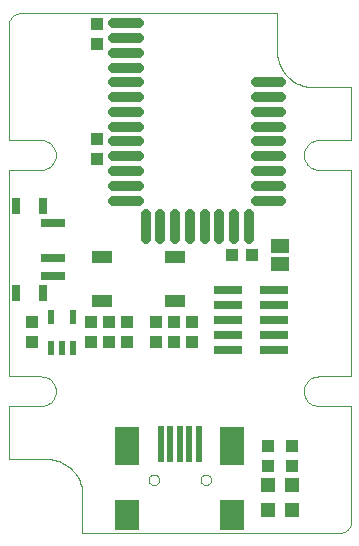
<source format=gtp>
G75*
G70*
%OFA0B0*%
%FSLAX24Y24*%
%IPPOS*%
%LPD*%
%AMOC8*
5,1,8,0,0,1.08239X$1,22.5*
%
%ADD10C,0.0000*%
%ADD11C,0.0335*%
%ADD12R,0.0630X0.0460*%
%ADD13R,0.0472X0.0472*%
%ADD14R,0.0787X0.0984*%
%ADD15R,0.0787X0.1299*%
%ADD16R,0.0197X0.1220*%
%ADD17R,0.0709X0.0433*%
%ADD18R,0.0945X0.0299*%
%ADD19R,0.0217X0.0472*%
%ADD20R,0.0394X0.0433*%
%ADD21R,0.0433X0.0394*%
%ADD22R,0.0315X0.0551*%
%ADD23R,0.0787X0.0315*%
D10*
X002428Y003348D02*
X003708Y003348D01*
X003774Y003346D01*
X003840Y003341D01*
X003906Y003331D01*
X003971Y003318D01*
X004035Y003302D01*
X004098Y003282D01*
X004160Y003258D01*
X004220Y003231D01*
X004279Y003201D01*
X004336Y003167D01*
X004391Y003130D01*
X004444Y003090D01*
X004495Y003048D01*
X004543Y003002D01*
X004589Y002954D01*
X004631Y002903D01*
X004671Y002850D01*
X004708Y002795D01*
X004742Y002738D01*
X004772Y002679D01*
X004799Y002619D01*
X004823Y002557D01*
X004843Y002494D01*
X004859Y002430D01*
X004872Y002365D01*
X004882Y002299D01*
X004887Y002233D01*
X004889Y002167D01*
X004889Y000888D01*
X013452Y000888D01*
X013452Y000887D02*
X013491Y000889D01*
X013529Y000895D01*
X013566Y000904D01*
X013603Y000917D01*
X013638Y000934D01*
X013671Y000953D01*
X013702Y000976D01*
X013731Y001002D01*
X013757Y001031D01*
X013780Y001062D01*
X013799Y001095D01*
X013816Y001130D01*
X013829Y001167D01*
X013838Y001204D01*
X013844Y001242D01*
X013846Y001281D01*
X013845Y001281D02*
X013845Y005120D01*
X012763Y005120D01*
X012720Y005122D01*
X012678Y005127D01*
X012636Y005137D01*
X012595Y005150D01*
X012555Y005166D01*
X012517Y005186D01*
X012481Y005209D01*
X012447Y005235D01*
X012415Y005264D01*
X012386Y005296D01*
X012360Y005330D01*
X012337Y005366D01*
X012317Y005404D01*
X012301Y005444D01*
X012288Y005485D01*
X012278Y005527D01*
X012273Y005569D01*
X012271Y005612D01*
X012273Y005655D01*
X012278Y005697D01*
X012288Y005739D01*
X012301Y005780D01*
X012317Y005820D01*
X012337Y005858D01*
X012360Y005894D01*
X012386Y005928D01*
X012415Y005960D01*
X012447Y005989D01*
X012481Y006015D01*
X012517Y006038D01*
X012555Y006058D01*
X012595Y006074D01*
X012636Y006087D01*
X012678Y006097D01*
X012720Y006102D01*
X012763Y006104D01*
X013845Y006104D01*
X013845Y012994D01*
X012763Y012994D01*
X012720Y012996D01*
X012678Y013001D01*
X012636Y013011D01*
X012595Y013024D01*
X012555Y013040D01*
X012517Y013060D01*
X012481Y013083D01*
X012447Y013109D01*
X012415Y013138D01*
X012386Y013170D01*
X012360Y013204D01*
X012337Y013240D01*
X012317Y013278D01*
X012301Y013318D01*
X012288Y013359D01*
X012278Y013401D01*
X012273Y013443D01*
X012271Y013486D01*
X012273Y013529D01*
X012278Y013571D01*
X012288Y013613D01*
X012301Y013654D01*
X012317Y013694D01*
X012337Y013732D01*
X012360Y013768D01*
X012386Y013802D01*
X012415Y013834D01*
X012447Y013863D01*
X012481Y013889D01*
X012517Y013912D01*
X012555Y013932D01*
X012595Y013948D01*
X012636Y013961D01*
X012678Y013971D01*
X012720Y013976D01*
X012763Y013978D01*
X013845Y013978D01*
X013845Y015750D01*
X012566Y015750D01*
X012500Y015752D01*
X012434Y015757D01*
X012368Y015767D01*
X012303Y015780D01*
X012239Y015796D01*
X012176Y015816D01*
X012114Y015840D01*
X012054Y015867D01*
X011995Y015897D01*
X011938Y015931D01*
X011883Y015968D01*
X011830Y016008D01*
X011779Y016050D01*
X011731Y016096D01*
X011685Y016144D01*
X011643Y016195D01*
X011603Y016248D01*
X011566Y016303D01*
X011532Y016360D01*
X011502Y016419D01*
X011475Y016479D01*
X011451Y016541D01*
X011431Y016604D01*
X011415Y016668D01*
X011402Y016733D01*
X011392Y016799D01*
X011387Y016865D01*
X011385Y016931D01*
X011385Y018210D01*
X002822Y018210D01*
X002822Y018211D02*
X002783Y018209D01*
X002745Y018203D01*
X002708Y018194D01*
X002671Y018181D01*
X002636Y018164D01*
X002603Y018145D01*
X002572Y018122D01*
X002543Y018096D01*
X002517Y018067D01*
X002494Y018036D01*
X002475Y018003D01*
X002458Y017968D01*
X002445Y017931D01*
X002436Y017894D01*
X002430Y017856D01*
X002428Y017817D01*
X002428Y013978D01*
X003511Y013978D01*
X003554Y013976D01*
X003596Y013971D01*
X003638Y013961D01*
X003679Y013948D01*
X003719Y013932D01*
X003757Y013912D01*
X003793Y013889D01*
X003827Y013863D01*
X003859Y013834D01*
X003888Y013802D01*
X003914Y013768D01*
X003937Y013732D01*
X003957Y013694D01*
X003973Y013654D01*
X003986Y013613D01*
X003996Y013571D01*
X004001Y013529D01*
X004003Y013486D01*
X004001Y013443D01*
X003996Y013401D01*
X003986Y013359D01*
X003973Y013318D01*
X003957Y013278D01*
X003937Y013240D01*
X003914Y013204D01*
X003888Y013170D01*
X003859Y013138D01*
X003827Y013109D01*
X003793Y013083D01*
X003757Y013060D01*
X003719Y013040D01*
X003679Y013024D01*
X003638Y013011D01*
X003596Y013001D01*
X003554Y012996D01*
X003511Y012994D01*
X002428Y012994D01*
X002428Y006104D01*
X003511Y006104D01*
X003554Y006102D01*
X003596Y006097D01*
X003638Y006087D01*
X003679Y006074D01*
X003719Y006058D01*
X003757Y006038D01*
X003793Y006015D01*
X003827Y005989D01*
X003859Y005960D01*
X003888Y005928D01*
X003914Y005894D01*
X003937Y005858D01*
X003957Y005820D01*
X003973Y005780D01*
X003986Y005739D01*
X003996Y005697D01*
X004001Y005655D01*
X004003Y005612D01*
X004001Y005569D01*
X003996Y005527D01*
X003986Y005485D01*
X003973Y005444D01*
X003957Y005404D01*
X003937Y005366D01*
X003914Y005330D01*
X003888Y005296D01*
X003859Y005264D01*
X003827Y005235D01*
X003793Y005209D01*
X003757Y005186D01*
X003719Y005166D01*
X003679Y005150D01*
X003638Y005137D01*
X003596Y005127D01*
X003554Y005122D01*
X003511Y005120D01*
X002428Y005120D01*
X002428Y003348D01*
X007094Y002659D02*
X007096Y002685D01*
X007102Y002711D01*
X007112Y002736D01*
X007125Y002759D01*
X007141Y002779D01*
X007161Y002797D01*
X007183Y002812D01*
X007206Y002824D01*
X007232Y002832D01*
X007258Y002836D01*
X007284Y002836D01*
X007310Y002832D01*
X007336Y002824D01*
X007360Y002812D01*
X007381Y002797D01*
X007401Y002779D01*
X007417Y002759D01*
X007430Y002736D01*
X007440Y002711D01*
X007446Y002685D01*
X007448Y002659D01*
X007446Y002633D01*
X007440Y002607D01*
X007430Y002582D01*
X007417Y002559D01*
X007401Y002539D01*
X007381Y002521D01*
X007359Y002506D01*
X007336Y002494D01*
X007310Y002486D01*
X007284Y002482D01*
X007258Y002482D01*
X007232Y002486D01*
X007206Y002494D01*
X007182Y002506D01*
X007161Y002521D01*
X007141Y002539D01*
X007125Y002559D01*
X007112Y002582D01*
X007102Y002607D01*
X007096Y002633D01*
X007094Y002659D01*
X008826Y002659D02*
X008828Y002685D01*
X008834Y002711D01*
X008844Y002736D01*
X008857Y002759D01*
X008873Y002779D01*
X008893Y002797D01*
X008915Y002812D01*
X008938Y002824D01*
X008964Y002832D01*
X008990Y002836D01*
X009016Y002836D01*
X009042Y002832D01*
X009068Y002824D01*
X009092Y002812D01*
X009113Y002797D01*
X009133Y002779D01*
X009149Y002759D01*
X009162Y002736D01*
X009172Y002711D01*
X009178Y002685D01*
X009180Y002659D01*
X009178Y002633D01*
X009172Y002607D01*
X009162Y002582D01*
X009149Y002559D01*
X009133Y002539D01*
X009113Y002521D01*
X009091Y002506D01*
X009068Y002494D01*
X009042Y002486D01*
X009016Y002482D01*
X008990Y002482D01*
X008964Y002486D01*
X008938Y002494D01*
X008914Y002506D01*
X008893Y002521D01*
X008873Y002539D01*
X008857Y002559D01*
X008844Y002582D01*
X008834Y002607D01*
X008828Y002633D01*
X008826Y002659D01*
D11*
X008964Y011527D02*
X008964Y011527D01*
X008964Y010681D01*
X008964Y010681D01*
X008964Y011527D01*
X008964Y011015D02*
X008964Y011015D01*
X008964Y011349D02*
X008964Y011349D01*
X008471Y011527D02*
X008471Y011527D01*
X008471Y010681D01*
X008471Y010681D01*
X008471Y011527D01*
X008471Y011015D02*
X008471Y011015D01*
X008471Y011349D02*
X008471Y011349D01*
X007979Y011527D02*
X007979Y011527D01*
X007979Y010681D01*
X007979Y010681D01*
X007979Y011527D01*
X007979Y011015D02*
X007979Y011015D01*
X007979Y011349D02*
X007979Y011349D01*
X007487Y011527D02*
X007487Y011527D01*
X007487Y010681D01*
X007487Y010681D01*
X007487Y011527D01*
X007487Y011015D02*
X007487Y011015D01*
X007487Y011349D02*
X007487Y011349D01*
X006995Y011527D02*
X006995Y011527D01*
X006995Y010681D01*
X006995Y010681D01*
X006995Y011527D01*
X006995Y011015D02*
X006995Y011015D01*
X006995Y011349D02*
X006995Y011349D01*
X006768Y011970D02*
X006768Y011970D01*
X005922Y011970D01*
X005922Y011970D01*
X006768Y011970D01*
X006768Y012462D02*
X006768Y012462D01*
X005922Y012462D01*
X005922Y012462D01*
X006768Y012462D01*
X006768Y012954D02*
X006768Y012954D01*
X005922Y012954D01*
X005922Y012954D01*
X006768Y012954D01*
X006768Y013447D02*
X006768Y013447D01*
X005922Y013447D01*
X005922Y013447D01*
X006768Y013447D01*
X006768Y013939D02*
X006768Y013939D01*
X005922Y013939D01*
X005922Y013939D01*
X006768Y013939D01*
X006768Y014431D02*
X006768Y014431D01*
X005922Y014431D01*
X005922Y014431D01*
X006768Y014431D01*
X006768Y014923D02*
X006768Y014923D01*
X005922Y014923D01*
X005922Y014923D01*
X006768Y014923D01*
X006768Y015415D02*
X006768Y015415D01*
X005922Y015415D01*
X005922Y015415D01*
X006768Y015415D01*
X006768Y015907D02*
X006768Y015907D01*
X005922Y015907D01*
X005922Y015907D01*
X006768Y015907D01*
X006768Y016399D02*
X006768Y016399D01*
X005922Y016399D01*
X005922Y016399D01*
X006768Y016399D01*
X006768Y016891D02*
X006768Y016891D01*
X005922Y016891D01*
X005922Y016891D01*
X006768Y016891D01*
X006768Y017384D02*
X006768Y017384D01*
X005922Y017384D01*
X005922Y017384D01*
X006768Y017384D01*
X006768Y017876D02*
X006768Y017876D01*
X005922Y017876D01*
X005922Y017876D01*
X006768Y017876D01*
X011512Y015907D02*
X011512Y015907D01*
X010666Y015907D01*
X010666Y015907D01*
X011512Y015907D01*
X011512Y015415D02*
X011512Y015415D01*
X010666Y015415D01*
X010666Y015415D01*
X011512Y015415D01*
X011512Y014923D02*
X011512Y014923D01*
X010666Y014923D01*
X010666Y014923D01*
X011512Y014923D01*
X011512Y014431D02*
X011512Y014431D01*
X010666Y014431D01*
X010666Y014431D01*
X011512Y014431D01*
X011512Y013939D02*
X011512Y013939D01*
X010666Y013939D01*
X010666Y013939D01*
X011512Y013939D01*
X011512Y013447D02*
X011512Y013447D01*
X010666Y013447D01*
X010666Y013447D01*
X011512Y013447D01*
X011512Y012954D02*
X011512Y012954D01*
X010666Y012954D01*
X010666Y012954D01*
X011512Y012954D01*
X011512Y012462D02*
X011512Y012462D01*
X010666Y012462D01*
X010666Y012462D01*
X011512Y012462D01*
X011512Y011970D02*
X011512Y011970D01*
X010666Y011970D01*
X010666Y011970D01*
X011512Y011970D01*
X010440Y011527D02*
X010440Y011527D01*
X010440Y010681D01*
X010440Y010681D01*
X010440Y011527D01*
X010440Y011015D02*
X010440Y011015D01*
X010440Y011349D02*
X010440Y011349D01*
X009948Y011527D02*
X009948Y011527D01*
X009948Y010681D01*
X009948Y010681D01*
X009948Y011527D01*
X009948Y011015D02*
X009948Y011015D01*
X009948Y011349D02*
X009948Y011349D01*
X009456Y011527D02*
X009456Y011527D01*
X009456Y010681D01*
X009456Y010681D01*
X009456Y011527D01*
X009456Y011015D02*
X009456Y011015D01*
X009456Y011349D02*
X009456Y011349D01*
D12*
X011483Y010439D03*
X011483Y009839D03*
D13*
X011089Y002482D03*
X011877Y002482D03*
X011877Y001655D03*
X011089Y001655D03*
D14*
X009889Y001478D03*
X006385Y001478D03*
D15*
X006385Y003801D03*
X009889Y003801D03*
D16*
X008767Y003840D03*
X008452Y003840D03*
X008137Y003840D03*
X007822Y003840D03*
X007507Y003840D03*
D17*
X007979Y008624D03*
X007979Y010080D03*
X005538Y010080D03*
X005538Y008624D03*
D18*
X009731Y008474D03*
X009731Y007974D03*
X009731Y007474D03*
X009731Y006974D03*
X011267Y006974D03*
X011267Y007474D03*
X011267Y007974D03*
X011267Y008474D03*
X011267Y008974D03*
X009731Y008974D03*
D19*
X004574Y008092D03*
X003826Y008092D03*
X003826Y007069D03*
X004200Y007069D03*
X004574Y007069D03*
D20*
X005184Y007246D03*
X005184Y007915D03*
X005775Y007915D03*
X005775Y007246D03*
X003215Y007246D03*
X003215Y007915D03*
X005381Y013348D03*
X005381Y014017D03*
X005381Y017187D03*
X005381Y017856D03*
D21*
X009869Y010139D03*
X010538Y010139D03*
X008530Y007915D03*
X008530Y007246D03*
X007940Y007246D03*
X007940Y007915D03*
X007349Y007915D03*
X007349Y007246D03*
X006365Y007246D03*
X006365Y007915D03*
X011089Y003781D03*
X011089Y003112D03*
X011877Y003112D03*
X011877Y003781D03*
D22*
X003570Y008899D03*
X002664Y008899D03*
X002664Y011773D03*
X003570Y011773D03*
D23*
X003904Y011222D03*
X003904Y010041D03*
X003904Y009451D03*
M02*

</source>
